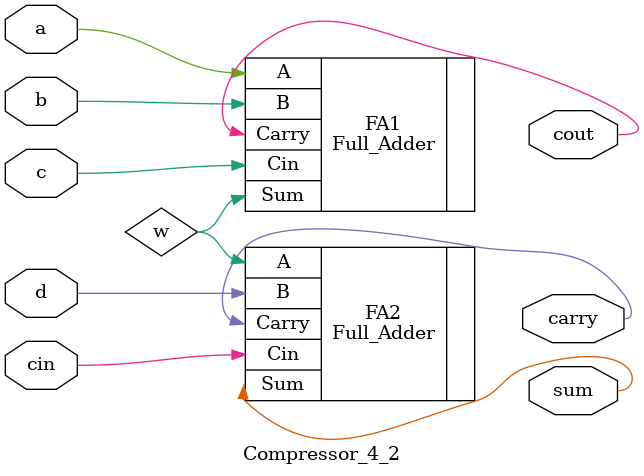
<source format=v>
module Compressor_4_2(
    input a,
    input b,
    input c,
    input d,
    input cin,
    output sum,
    output carry,
    output cout
    );
    
    wire w;
    
    Full_Adder FA1 (.A(a), .B(b), .Cin(c), .Sum(w), .Carry(cout));
    Full_Adder FA2 (.A(w), .B(d), .Cin(cin), .Sum(sum), .Carry(carry));
    
endmodule


</source>
